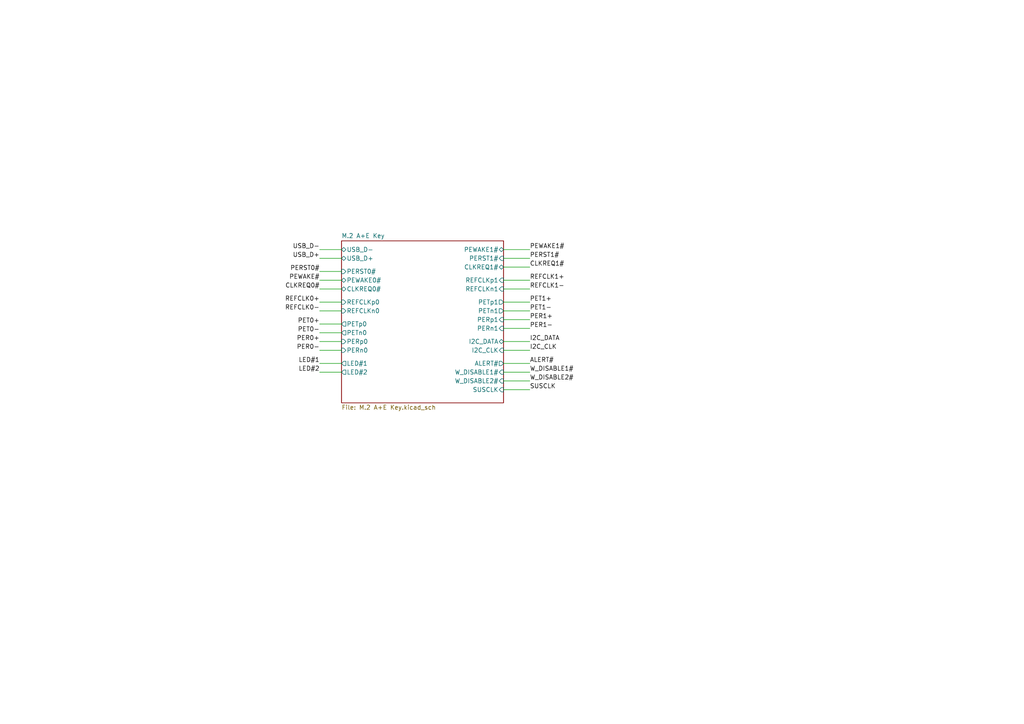
<source format=kicad_sch>
(kicad_sch
	(version 20250114)
	(generator "eeschema")
	(generator_version "9.0")
	(uuid "fd8586f0-0941-47c3-ae9d-eb887ec11093")
	(paper "A4")
	(lib_symbols)
	(wire
		(pts
			(xy 146.05 113.03) (xy 153.67 113.03)
		)
		(stroke
			(width 0)
			(type default)
		)
		(uuid "01282c15-b333-4acc-a759-729b1497c876")
	)
	(wire
		(pts
			(xy 146.05 77.47) (xy 153.67 77.47)
		)
		(stroke
			(width 0)
			(type default)
		)
		(uuid "0556e2ed-76c5-4b5a-9af0-8813919d600b")
	)
	(wire
		(pts
			(xy 146.05 95.25) (xy 153.67 95.25)
		)
		(stroke
			(width 0)
			(type default)
		)
		(uuid "0a8f1d72-c182-4df2-ac97-874cbf087e5a")
	)
	(wire
		(pts
			(xy 92.71 105.41) (xy 99.06 105.41)
		)
		(stroke
			(width 0)
			(type default)
		)
		(uuid "0ef4e827-c41f-4fdd-b410-bf25ee4d093d")
	)
	(wire
		(pts
			(xy 92.71 83.82) (xy 99.06 83.82)
		)
		(stroke
			(width 0)
			(type default)
		)
		(uuid "1714b0a5-7afc-4fde-bf26-d549918184c1")
	)
	(wire
		(pts
			(xy 92.71 90.17) (xy 99.06 90.17)
		)
		(stroke
			(width 0)
			(type default)
		)
		(uuid "17df9e05-0498-4fab-84c2-41f8a49e05ba")
	)
	(wire
		(pts
			(xy 146.05 87.63) (xy 153.67 87.63)
		)
		(stroke
			(width 0)
			(type default)
		)
		(uuid "1aba0c35-2eef-4901-934d-5908d12ffe9c")
	)
	(wire
		(pts
			(xy 92.71 72.39) (xy 99.06 72.39)
		)
		(stroke
			(width 0)
			(type default)
		)
		(uuid "26dba808-782c-42a6-a484-c330fc7f6c3b")
	)
	(wire
		(pts
			(xy 92.71 99.06) (xy 99.06 99.06)
		)
		(stroke
			(width 0)
			(type default)
		)
		(uuid "277022f6-36e4-4b01-8553-d449d112af97")
	)
	(wire
		(pts
			(xy 146.05 110.49) (xy 153.67 110.49)
		)
		(stroke
			(width 0)
			(type default)
		)
		(uuid "2dcb92db-fab9-4bbc-b91b-eb09ce7436d9")
	)
	(wire
		(pts
			(xy 146.05 99.06) (xy 153.67 99.06)
		)
		(stroke
			(width 0)
			(type default)
		)
		(uuid "36267ecc-b514-4980-8cdf-1e496433b191")
	)
	(wire
		(pts
			(xy 92.71 93.98) (xy 99.06 93.98)
		)
		(stroke
			(width 0)
			(type default)
		)
		(uuid "4568920c-428a-4831-94a9-2a19be87147b")
	)
	(wire
		(pts
			(xy 146.05 81.28) (xy 153.67 81.28)
		)
		(stroke
			(width 0)
			(type default)
		)
		(uuid "480ad57f-a7c3-4256-a903-6892c1c43234")
	)
	(wire
		(pts
			(xy 92.71 74.93) (xy 99.06 74.93)
		)
		(stroke
			(width 0)
			(type default)
		)
		(uuid "667adce7-b4ba-44da-afa9-dfcee44442a1")
	)
	(wire
		(pts
			(xy 146.05 105.41) (xy 153.67 105.41)
		)
		(stroke
			(width 0)
			(type default)
		)
		(uuid "7a166124-7377-4f6a-a36f-ad8bbbbb8bd8")
	)
	(wire
		(pts
			(xy 92.71 78.74) (xy 99.06 78.74)
		)
		(stroke
			(width 0)
			(type default)
		)
		(uuid "83bba7dc-9da8-40f5-9ce9-3a596719abd8")
	)
	(wire
		(pts
			(xy 92.71 87.63) (xy 99.06 87.63)
		)
		(stroke
			(width 0)
			(type default)
		)
		(uuid "8555a294-0775-4043-a0cd-bf25695c2181")
	)
	(wire
		(pts
			(xy 92.71 107.95) (xy 99.06 107.95)
		)
		(stroke
			(width 0)
			(type default)
		)
		(uuid "94db3419-1b9d-40cc-adb9-90649db7a63f")
	)
	(wire
		(pts
			(xy 146.05 92.71) (xy 153.67 92.71)
		)
		(stroke
			(width 0)
			(type default)
		)
		(uuid "af7b4364-996b-431d-8d32-f0876b3d50af")
	)
	(wire
		(pts
			(xy 146.05 90.17) (xy 153.67 90.17)
		)
		(stroke
			(width 0)
			(type default)
		)
		(uuid "b1ebf7c1-54c7-40db-a063-72dbd03d0a76")
	)
	(wire
		(pts
			(xy 92.71 81.28) (xy 99.06 81.28)
		)
		(stroke
			(width 0)
			(type default)
		)
		(uuid "bd36c32b-75cd-4b73-83b1-9e3d031bf3d1")
	)
	(wire
		(pts
			(xy 146.05 107.95) (xy 153.67 107.95)
		)
		(stroke
			(width 0)
			(type default)
		)
		(uuid "c159693a-dff6-43f1-ba49-d857b9a1ab2b")
	)
	(wire
		(pts
			(xy 146.05 72.39) (xy 153.67 72.39)
		)
		(stroke
			(width 0)
			(type default)
		)
		(uuid "cbc79c46-3865-43d0-99c5-a53d5cf2ee04")
	)
	(wire
		(pts
			(xy 146.05 101.6) (xy 153.67 101.6)
		)
		(stroke
			(width 0)
			(type default)
		)
		(uuid "d1552906-33dc-42f4-963a-27b6b07cbeed")
	)
	(wire
		(pts
			(xy 92.71 101.6) (xy 99.06 101.6)
		)
		(stroke
			(width 0)
			(type default)
		)
		(uuid "d63e89a8-c169-4f7d-9cdf-cef4e54d49cd")
	)
	(wire
		(pts
			(xy 146.05 83.82) (xy 153.67 83.82)
		)
		(stroke
			(width 0)
			(type default)
		)
		(uuid "d76c8ca5-b3f8-47b2-b57e-6096465b1e24")
	)
	(wire
		(pts
			(xy 146.05 74.93) (xy 153.67 74.93)
		)
		(stroke
			(width 0)
			(type default)
		)
		(uuid "da5bb3c0-adaa-4891-a9d2-ef70256027ea")
	)
	(wire
		(pts
			(xy 92.71 96.52) (xy 99.06 96.52)
		)
		(stroke
			(width 0)
			(type default)
		)
		(uuid "dc8fdf32-e94e-4147-b44c-82c8f72dedeb")
	)
	(label "PER0-"
		(at 92.71 101.6 180)
		(effects
			(font
				(size 1.27 1.27)
			)
			(justify right bottom)
		)
		(uuid "08e56f60-6333-42a9-bf08-24ebad029146")
	)
	(label "REFCLK1-"
		(at 153.67 83.82 0)
		(effects
			(font
				(size 1.27 1.27)
			)
			(justify left bottom)
		)
		(uuid "13beb783-349e-481d-adb7-76cc61ab1aa7")
	)
	(label "PERST1#"
		(at 153.67 74.93 0)
		(effects
			(font
				(size 1.27 1.27)
			)
			(justify left bottom)
		)
		(uuid "1ec4fa37-6f1e-4382-8aad-3adc764dda70")
	)
	(label "REFCLK0-"
		(at 92.71 90.17 180)
		(effects
			(font
				(size 1.27 1.27)
			)
			(justify right bottom)
		)
		(uuid "2418d4cc-6202-4d64-8f64-eb401d683f8d")
	)
	(label "PEWAKE1#"
		(at 153.67 72.39 0)
		(effects
			(font
				(size 1.27 1.27)
			)
			(justify left bottom)
		)
		(uuid "2c55475f-62a6-463c-8df7-4f97c47f9a70")
	)
	(label "PET0-"
		(at 92.71 96.52 180)
		(effects
			(font
				(size 1.27 1.27)
			)
			(justify right bottom)
		)
		(uuid "3a39265a-5be8-479c-a313-208409ed0d71")
	)
	(label "CLKREQ1#"
		(at 153.67 77.47 0)
		(effects
			(font
				(size 1.27 1.27)
			)
			(justify left bottom)
		)
		(uuid "56f96039-1b91-4c60-ab6b-fec39c4f112c")
	)
	(label "USB_D+"
		(at 92.71 74.93 180)
		(effects
			(font
				(size 1.27 1.27)
			)
			(justify right bottom)
		)
		(uuid "57a3215f-50c2-487c-8e9a-c295cd267a45")
	)
	(label "I2C_DATA"
		(at 153.67 99.06 0)
		(effects
			(font
				(size 1.27 1.27)
			)
			(justify left bottom)
		)
		(uuid "76cf4bee-0248-42d3-93bd-e3ec1abb4764")
	)
	(label "REFCLK0+"
		(at 92.71 87.63 180)
		(effects
			(font
				(size 1.27 1.27)
			)
			(justify right bottom)
		)
		(uuid "855d2114-a494-4c9a-a44b-3938135bfb87")
	)
	(label "LED#2"
		(at 92.71 107.95 180)
		(effects
			(font
				(size 1.27 1.27)
			)
			(justify right bottom)
		)
		(uuid "8574b008-f12b-45d8-8a5f-d324b6dc1736")
	)
	(label "PET1-"
		(at 153.67 90.17 0)
		(effects
			(font
				(size 1.27 1.27)
			)
			(justify left bottom)
		)
		(uuid "8b993c1e-b629-4023-83ca-7796e7175f3e")
	)
	(label "PEWAKE#"
		(at 92.71 81.28 180)
		(effects
			(font
				(size 1.27 1.27)
			)
			(justify right bottom)
		)
		(uuid "908933a2-b48b-4119-91f8-7e3a377b0fa9")
	)
	(label "W_DISABLE1#"
		(at 153.67 107.95 0)
		(effects
			(font
				(size 1.27 1.27)
			)
			(justify left bottom)
		)
		(uuid "93b41aa6-cd22-4daf-8981-ff14920e50d6")
	)
	(label "PET1+"
		(at 153.67 87.63 0)
		(effects
			(font
				(size 1.27 1.27)
			)
			(justify left bottom)
		)
		(uuid "998451dc-ef98-44ee-8752-05a1411904ef")
	)
	(label "REFCLK1+"
		(at 153.67 81.28 0)
		(effects
			(font
				(size 1.27 1.27)
			)
			(justify left bottom)
		)
		(uuid "9ab201bb-61c0-431b-ba42-03afb2fd8f51")
	)
	(label "PER1-"
		(at 153.67 95.25 0)
		(effects
			(font
				(size 1.27 1.27)
			)
			(justify left bottom)
		)
		(uuid "a91ac5b0-2ce7-4f7f-9b92-9b7719e073ea")
	)
	(label "I2C_CLK"
		(at 153.67 101.6 0)
		(effects
			(font
				(size 1.27 1.27)
			)
			(justify left bottom)
		)
		(uuid "af530fd0-2052-47c1-83f8-8332383ac37d")
	)
	(label "LED#1"
		(at 92.71 105.41 180)
		(effects
			(font
				(size 1.27 1.27)
			)
			(justify right bottom)
		)
		(uuid "b003b393-e715-4c91-ba1c-023d5f4087d2")
	)
	(label "PER1+"
		(at 153.67 92.71 0)
		(effects
			(font
				(size 1.27 1.27)
			)
			(justify left bottom)
		)
		(uuid "bbd98873-622c-4e4a-81c0-b328e35b1deb")
	)
	(label "USB_D-"
		(at 92.71 72.39 180)
		(effects
			(font
				(size 1.27 1.27)
			)
			(justify right bottom)
		)
		(uuid "d49a60c8-a14c-4e45-8d27-5629af9f1808")
	)
	(label "SUSCLK"
		(at 153.67 113.03 0)
		(effects
			(font
				(size 1.27 1.27)
			)
			(justify left bottom)
		)
		(uuid "d87c0ba0-4544-4c2b-bd18-c30df8c02bda")
	)
	(label "CLKREQ0#"
		(at 92.71 83.82 180)
		(effects
			(font
				(size 1.27 1.27)
			)
			(justify right bottom)
		)
		(uuid "e111c104-1308-4468-a98c-eb478d335731")
	)
	(label "PERST0#"
		(at 92.71 78.74 180)
		(effects
			(font
				(size 1.27 1.27)
			)
			(justify right bottom)
		)
		(uuid "e93b514d-d7cc-43c8-8a30-0f08eedd81f1")
	)
	(label "PER0+"
		(at 92.71 99.06 180)
		(effects
			(font
				(size 1.27 1.27)
			)
			(justify right bottom)
		)
		(uuid "eb9e75da-4776-4145-bfc7-9fa1d060a5a6")
	)
	(label "W_DISABLE2#"
		(at 153.67 110.49 0)
		(effects
			(font
				(size 1.27 1.27)
			)
			(justify left bottom)
		)
		(uuid "ee228f2f-e69b-4110-8a83-d397710cc45b")
	)
	(label "ALERT#"
		(at 153.67 105.41 0)
		(effects
			(font
				(size 1.27 1.27)
			)
			(justify left bottom)
		)
		(uuid "efb2dbbf-e56f-40ab-be71-eb3790a730fd")
	)
	(label "PET0+"
		(at 92.71 93.98 180)
		(effects
			(font
				(size 1.27 1.27)
			)
			(justify right bottom)
		)
		(uuid "f16230a5-3a5f-4a07-913f-506a8656dd40")
	)
	(sheet
		(at 99.06 69.85)
		(size 46.99 46.99)
		(exclude_from_sim no)
		(in_bom yes)
		(on_board yes)
		(dnp no)
		(fields_autoplaced yes)
		(stroke
			(width 0.1524)
			(type solid)
		)
		(fill
			(color 0 0 0 0.0000)
		)
		(uuid "b5fcee2c-3957-4f01-a7d8-c20d919c0a63")
		(property "Sheetname" "M.2 A+E Key"
			(at 99.06 69.1384 0)
			(effects
				(font
					(size 1.27 1.27)
				)
				(justify left bottom)
			)
		)
		(property "Sheetfile" "M.2 A+E Key.kicad_sch"
			(at 99.06 117.4246 0)
			(effects
				(font
					(size 1.27 1.27)
				)
				(justify left top)
			)
		)
		(pin "USB_D+" bidirectional
			(at 99.06 74.93 180)
			(uuid "9d08a994-95dd-4ce1-a0bf-7cc6a99c264c")
			(effects
				(font
					(size 1.27 1.27)
				)
				(justify left)
			)
		)
		(pin "USB_D-" bidirectional
			(at 99.06 72.39 180)
			(uuid "f8e740bc-bcc3-423e-8794-a27287ab6b79")
			(effects
				(font
					(size 1.27 1.27)
				)
				(justify left)
			)
		)
		(pin "CLKREQ0#" bidirectional
			(at 99.06 83.82 180)
			(uuid "98d3c985-6a10-4ce1-aef8-ad53176a4d80")
			(effects
				(font
					(size 1.27 1.27)
				)
				(justify left)
			)
		)
		(pin "PEWAKE0#" bidirectional
			(at 99.06 81.28 180)
			(uuid "fd5a0efa-7eb3-48d3-8c15-e0570b55a4aa")
			(effects
				(font
					(size 1.27 1.27)
				)
				(justify left)
			)
		)
		(pin "PERST0#" input
			(at 99.06 78.74 180)
			(uuid "21657827-0def-40d1-9d24-ac317e35103e")
			(effects
				(font
					(size 1.27 1.27)
				)
				(justify left)
			)
		)
		(pin "REFCLKn0" input
			(at 99.06 90.17 180)
			(uuid "5727248e-820c-41b4-9e93-3c2174bf4ebd")
			(effects
				(font
					(size 1.27 1.27)
				)
				(justify left)
			)
		)
		(pin "REFCLKp0" input
			(at 99.06 87.63 180)
			(uuid "88890177-ecc3-46a7-9a52-9e3c68ff2070")
			(effects
				(font
					(size 1.27 1.27)
				)
				(justify left)
			)
		)
		(pin "PETp0" output
			(at 99.06 93.98 180)
			(uuid "5aa50600-bfcc-4fee-a033-ff8082fc38b6")
			(effects
				(font
					(size 1.27 1.27)
				)
				(justify left)
			)
		)
		(pin "PETn0" output
			(at 99.06 96.52 180)
			(uuid "c3ac4329-f2df-4247-aaef-0c7ae7139b0d")
			(effects
				(font
					(size 1.27 1.27)
				)
				(justify left)
			)
		)
		(pin "PERp0" input
			(at 99.06 99.06 180)
			(uuid "7502c093-92e3-4bf8-bf86-8451f8849d2e")
			(effects
				(font
					(size 1.27 1.27)
				)
				(justify left)
			)
		)
		(pin "PERn0" input
			(at 99.06 101.6 180)
			(uuid "2ef61901-3b22-4503-b92b-4883979f79e6")
			(effects
				(font
					(size 1.27 1.27)
				)
				(justify left)
			)
		)
		(pin "PEWAKE1#" bidirectional
			(at 146.05 72.39 0)
			(uuid "3ed1e3b5-f627-4f20-8038-32e3849a7115")
			(effects
				(font
					(size 1.27 1.27)
				)
				(justify right)
			)
		)
		(pin "PERST1#" input
			(at 146.05 74.93 0)
			(uuid "babfe14f-f2ee-4ed5-bc4d-49bb9b2c9406")
			(effects
				(font
					(size 1.27 1.27)
				)
				(justify right)
			)
		)
		(pin "CLKREQ1#" bidirectional
			(at 146.05 77.47 0)
			(uuid "fb6e44e4-d52b-4d7f-8de3-79715328bf35")
			(effects
				(font
					(size 1.27 1.27)
				)
				(justify right)
			)
		)
		(pin "REFCLKn1" input
			(at 146.05 83.82 0)
			(uuid "1f362441-6e88-4fed-9041-c20507bfadb5")
			(effects
				(font
					(size 1.27 1.27)
				)
				(justify right)
			)
		)
		(pin "REFCLKp1" input
			(at 146.05 81.28 0)
			(uuid "ecc51743-caa2-467e-98d6-d8853e0cab7d")
			(effects
				(font
					(size 1.27 1.27)
				)
				(justify right)
			)
		)
		(pin "PETp1" output
			(at 146.05 87.63 0)
			(uuid "5b4e81d7-314c-47af-9bb6-d6c1afe2d2c9")
			(effects
				(font
					(size 1.27 1.27)
				)
				(justify right)
			)
		)
		(pin "PETn1" output
			(at 146.05 90.17 0)
			(uuid "b138e8b0-0610-4713-acb6-71bff5952163")
			(effects
				(font
					(size 1.27 1.27)
				)
				(justify right)
			)
		)
		(pin "PERp1" input
			(at 146.05 92.71 0)
			(uuid "8e8d9b9b-a012-4c8e-860d-5e13dd6da1ac")
			(effects
				(font
					(size 1.27 1.27)
				)
				(justify right)
			)
		)
		(pin "PERn1" input
			(at 146.05 95.25 0)
			(uuid "ac4c0622-aac7-4c49-b271-3c9513c8debd")
			(effects
				(font
					(size 1.27 1.27)
				)
				(justify right)
			)
		)
		(pin "I2C_CLK" input
			(at 146.05 101.6 0)
			(uuid "3ad3fa2c-0ef5-4752-9c2b-c54d8e18bff7")
			(effects
				(font
					(size 1.27 1.27)
				)
				(justify right)
			)
		)
		(pin "I2C_DATA" bidirectional
			(at 146.05 99.06 0)
			(uuid "5f4d813f-e110-4ebd-be6a-3e7f479f95a7")
			(effects
				(font
					(size 1.27 1.27)
				)
				(justify right)
			)
		)
		(pin "W_DISABLE1#" input
			(at 146.05 107.95 0)
			(uuid "154af7de-be42-4e97-9130-55446ebbd30c")
			(effects
				(font
					(size 1.27 1.27)
				)
				(justify right)
			)
		)
		(pin "SUSCLK" input
			(at 146.05 113.03 0)
			(uuid "332f01ae-0a43-4245-a4c1-3f361b9e1084")
			(effects
				(font
					(size 1.27 1.27)
				)
				(justify right)
			)
		)
		(pin "W_DISABLE2#" input
			(at 146.05 110.49 0)
			(uuid "b88d0334-3a2a-4c57-8fe9-e3f9d065a0e6")
			(effects
				(font
					(size 1.27 1.27)
				)
				(justify right)
			)
		)
		(pin "ALERT#" output
			(at 146.05 105.41 0)
			(uuid "829f2c92-ca01-4726-bf27-723a902c4049")
			(effects
				(font
					(size 1.27 1.27)
				)
				(justify right)
			)
		)
		(pin "LED#2" output
			(at 99.06 107.95 180)
			(uuid "c6d8eb19-b223-45fe-b23f-ad617269c057")
			(effects
				(font
					(size 1.27 1.27)
				)
				(justify left)
			)
		)
		(pin "LED#1" output
			(at 99.06 105.41 180)
			(uuid "4cf9d576-11d6-42c6-b5d3-319ddacea8ca")
			(effects
				(font
					(size 1.27 1.27)
				)
				(justify left)
			)
		)
		(instances
			(project "M.2 A+E Key 2280"
				(path "/fd8586f0-0941-47c3-ae9d-eb887ec11093"
					(page "2")
				)
			)
		)
	)
	(sheet_instances
		(path "/"
			(page "1")
		)
	)
	(embedded_fonts no)
)

</source>
